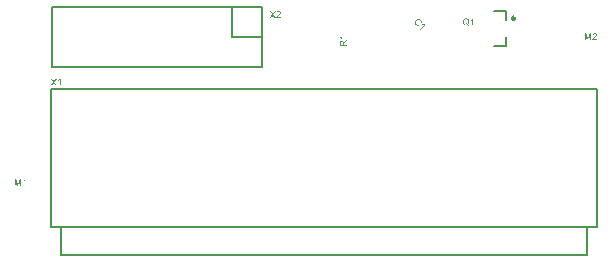
<source format=gto>
G04 Layer_Color=65535*
%FSLAX44Y44*%
%MOMM*%
G71*
G01*
G75*
%ADD10C,0.2000*%
%ADD19C,0.2500*%
G36*
X887792Y677892D02*
X887860Y677885D01*
X887942Y677877D01*
X888032Y677870D01*
X888137Y677855D01*
X888354Y677810D01*
X888594Y677742D01*
X888721Y677697D01*
X888841Y677645D01*
X888969Y677585D01*
X889089Y677517D01*
X889096Y677510D01*
X889119Y677502D01*
X889148Y677480D01*
X889193Y677450D01*
X889246Y677405D01*
X889313Y677360D01*
X889381Y677308D01*
X889456Y677240D01*
X889531Y677173D01*
X889613Y677090D01*
X889696Y677000D01*
X889778Y676910D01*
X889853Y676806D01*
X889928Y676693D01*
X890070Y676453D01*
X890078Y676446D01*
X890085Y676423D01*
X890100Y676386D01*
X890123Y676333D01*
X890145Y676274D01*
X890175Y676191D01*
X890205Y676109D01*
X890242Y676011D01*
X890273Y675899D01*
X890303Y675779D01*
X890332Y675659D01*
X890355Y675524D01*
X890392Y675232D01*
X890407Y675075D01*
Y674917D01*
Y674910D01*
Y674887D01*
Y674850D01*
Y674797D01*
X890400Y674737D01*
Y674663D01*
X890392Y674580D01*
X890377Y674490D01*
X890355Y674295D01*
X890317Y674078D01*
X890265Y673853D01*
X890190Y673636D01*
Y673628D01*
X890183Y673614D01*
X890168Y673584D01*
X890153Y673539D01*
X890130Y673494D01*
X890100Y673434D01*
X890025Y673306D01*
X889935Y673149D01*
X889823Y672984D01*
X889688Y672819D01*
X889538Y672654D01*
X889546Y672647D01*
X889561Y672639D01*
X889591Y672617D01*
X889628Y672595D01*
X889673Y672564D01*
X889733Y672527D01*
X889860Y672452D01*
X890010Y672362D01*
X890175Y672272D01*
X890347Y672190D01*
X890520Y672122D01*
X890287Y671598D01*
X890280D01*
X890257Y671605D01*
X890228Y671620D01*
X890183Y671643D01*
X890123Y671665D01*
X890055Y671695D01*
X889980Y671733D01*
X889898Y671770D01*
X889710Y671868D01*
X889501Y671988D01*
X889283Y672130D01*
X889051Y672295D01*
X889044D01*
X889021Y672280D01*
X888991Y672265D01*
X888939Y672242D01*
X888879Y672212D01*
X888811Y672182D01*
X888729Y672152D01*
X888639Y672122D01*
X888534Y672085D01*
X888429Y672055D01*
X888309Y672025D01*
X888182Y671995D01*
X887920Y671958D01*
X887777Y671950D01*
X887635Y671943D01*
X887560D01*
X887500Y671950D01*
X887433Y671958D01*
X887358Y671965D01*
X887268Y671973D01*
X887163Y671988D01*
X886946Y672032D01*
X886706Y672100D01*
X886586Y672145D01*
X886466Y672197D01*
X886339Y672250D01*
X886219Y672317D01*
X886211Y672325D01*
X886189Y672332D01*
X886159Y672355D01*
X886114Y672385D01*
X886061Y672422D01*
X886002Y672475D01*
X885934Y672527D01*
X885859Y672587D01*
X885777Y672662D01*
X885702Y672737D01*
X885619Y672827D01*
X885537Y672924D01*
X885454Y673022D01*
X885380Y673134D01*
X885237Y673374D01*
Y673381D01*
X885222Y673404D01*
X885207Y673441D01*
X885185Y673494D01*
X885162Y673561D01*
X885132Y673636D01*
X885102Y673726D01*
X885072Y673823D01*
X885035Y673936D01*
X885005Y674056D01*
X884975Y674183D01*
X884952Y674318D01*
X884915Y674603D01*
X884908Y674760D01*
X884900Y674917D01*
Y674925D01*
Y674955D01*
Y675000D01*
X884908Y675060D01*
Y675135D01*
X884915Y675225D01*
X884930Y675322D01*
X884945Y675427D01*
X884960Y675547D01*
X884982Y675667D01*
X885042Y675929D01*
X885132Y676191D01*
X885185Y676326D01*
X885245Y676461D01*
X885252Y676468D01*
X885260Y676491D01*
X885282Y676528D01*
X885312Y676573D01*
X885342Y676633D01*
X885387Y676701D01*
X885440Y676776D01*
X885499Y676858D01*
X885634Y677030D01*
X885807Y677210D01*
X886002Y677383D01*
X886114Y677457D01*
X886226Y677532D01*
X886234Y677540D01*
X886256Y677547D01*
X886294Y677570D01*
X886339Y677592D01*
X886399Y677615D01*
X886473Y677652D01*
X886548Y677682D01*
X886646Y677720D01*
X886743Y677750D01*
X886856Y677787D01*
X886976Y677817D01*
X887095Y677840D01*
X887365Y677885D01*
X887508Y677892D01*
X887657Y677899D01*
X887732D01*
X887792Y677892D01*
D02*
G37*
G36*
X893809Y672040D02*
X893105D01*
Y676543D01*
X893090Y676536D01*
X893060Y676506D01*
X893000Y676453D01*
X892925Y676393D01*
X892828Y676319D01*
X892708Y676236D01*
X892580Y676146D01*
X892430Y676056D01*
X892423D01*
X892415Y676049D01*
X892393Y676034D01*
X892363Y676019D01*
X892281Y675974D01*
X892183Y675921D01*
X892071Y675861D01*
X891943Y675801D01*
X891816Y675742D01*
X891689Y675689D01*
Y676378D01*
X891696D01*
X891719Y676393D01*
X891749Y676408D01*
X891786Y676431D01*
X891839Y676453D01*
X891898Y676491D01*
X892041Y676566D01*
X892198Y676663D01*
X892378Y676783D01*
X892550Y676910D01*
X892723Y677053D01*
X892730Y677060D01*
X892745Y677068D01*
X892768Y677090D01*
X892798Y677120D01*
X892873Y677195D01*
X892970Y677300D01*
X893067Y677412D01*
X893172Y677547D01*
X893270Y677682D01*
X893352Y677825D01*
X893809D01*
Y672040D01*
D02*
G37*
G36*
X850804Y672982D02*
X850830Y672977D01*
X850862Y672966D01*
X850904Y672955D01*
X850957Y672934D01*
X851026Y672918D01*
X851180Y672871D01*
X851360Y672828D01*
X851572Y672786D01*
X851784Y672754D01*
X852006Y672733D01*
X852017D01*
X852033Y672728D01*
X852213D01*
X852356Y672733D01*
X852504Y672743D01*
X852674Y672765D01*
X852838Y672791D01*
X852997Y672833D01*
X853320Y672510D01*
X849230Y668420D01*
X848732Y668918D01*
X851916Y672102D01*
X851900Y672108D01*
X851858D01*
X851779Y672113D01*
X851683Y672123D01*
X851561Y672139D01*
X851418Y672166D01*
X851265Y672192D01*
X851095Y672235D01*
X851090Y672240D01*
X851079D01*
X851053Y672245D01*
X851021Y672256D01*
X850931Y672282D01*
X850825Y672314D01*
X850703Y672351D01*
X850571Y672399D01*
X850438Y672447D01*
X850311Y672500D01*
X850798Y672987D01*
X850804Y672982D01*
D02*
G37*
G36*
X993730Y659490D02*
X992996D01*
Y664315D01*
X991310Y659490D01*
X990628D01*
X988964Y664398D01*
Y659490D01*
X988230D01*
Y665252D01*
X989369D01*
X990733Y661168D01*
Y661161D01*
X990740Y661146D01*
X990748Y661116D01*
X990763Y661078D01*
X990778Y661026D01*
X990800Y660974D01*
X990837Y660846D01*
X990882Y660711D01*
X990928Y660569D01*
X990972Y660434D01*
X991010Y660314D01*
X991017Y660329D01*
X991032Y660374D01*
X991055Y660449D01*
X991085Y660546D01*
X991130Y660681D01*
X991182Y660839D01*
X991242Y661026D01*
X991317Y661243D01*
X992703Y665252D01*
X993730D01*
Y659490D01*
D02*
G37*
G36*
X514564Y535940D02*
X513860D01*
Y540443D01*
X513845Y540436D01*
X513815Y540406D01*
X513755Y540353D01*
X513680Y540293D01*
X513582Y540219D01*
X513462Y540136D01*
X513335Y540046D01*
X513185Y539956D01*
X513178D01*
X513170Y539949D01*
X513148Y539934D01*
X513118Y539919D01*
X513035Y539874D01*
X512938Y539821D01*
X512826Y539761D01*
X512698Y539701D01*
X512571Y539641D01*
X512444Y539589D01*
Y540278D01*
X512451D01*
X512473Y540293D01*
X512503Y540308D01*
X512541Y540331D01*
X512593Y540353D01*
X512653Y540391D01*
X512796Y540466D01*
X512953Y540563D01*
X513133Y540683D01*
X513305Y540810D01*
X513478Y540953D01*
X513485Y540960D01*
X513500Y540968D01*
X513522Y540990D01*
X513552Y541020D01*
X513627Y541095D01*
X513725Y541200D01*
X513822Y541312D01*
X513927Y541447D01*
X514025Y541582D01*
X514107Y541725D01*
X514564D01*
Y535940D01*
D02*
G37*
G36*
X510960D02*
X510225D01*
Y540765D01*
X508540Y535940D01*
X507858D01*
X506194Y540848D01*
Y535940D01*
X505460D01*
Y541702D01*
X506599D01*
X507963Y537618D01*
Y537611D01*
X507970Y537596D01*
X507978Y537566D01*
X507993Y537528D01*
X508008Y537476D01*
X508030Y537424D01*
X508068Y537296D01*
X508112Y537161D01*
X508158Y537019D01*
X508202Y536884D01*
X508240Y536764D01*
X508247Y536779D01*
X508262Y536824D01*
X508285Y536899D01*
X508315Y536996D01*
X508360Y537131D01*
X508412Y537289D01*
X508472Y537476D01*
X508547Y537693D01*
X509933Y541702D01*
X510960D01*
Y535940D01*
D02*
G37*
G36*
X996705Y665267D02*
X996779Y665260D01*
X996862Y665252D01*
X996952Y665237D01*
X997049Y665215D01*
X997259Y665162D01*
X997364Y665125D01*
X997476Y665080D01*
X997589Y665027D01*
X997694Y664960D01*
X997791Y664892D01*
X997888Y664810D01*
X997896Y664802D01*
X997911Y664788D01*
X997933Y664765D01*
X997963Y664728D01*
X998001Y664683D01*
X998046Y664630D01*
X998083Y664570D01*
X998136Y664495D01*
X998181Y664420D01*
X998218Y664331D01*
X998301Y664136D01*
X998331Y664031D01*
X998353Y663918D01*
X998368Y663799D01*
X998375Y663671D01*
Y663656D01*
Y663611D01*
X998368Y663544D01*
X998361Y663454D01*
X998338Y663356D01*
X998316Y663236D01*
X998278Y663117D01*
X998233Y662989D01*
X998226Y662974D01*
X998203Y662929D01*
X998173Y662862D01*
X998121Y662779D01*
X998053Y662674D01*
X997971Y662555D01*
X997874Y662420D01*
X997761Y662285D01*
Y662277D01*
X997746Y662270D01*
X997724Y662247D01*
X997701Y662217D01*
X997664Y662180D01*
X997619Y662135D01*
X997566Y662083D01*
X997499Y662023D01*
X997431Y661955D01*
X997349Y661880D01*
X997259Y661790D01*
X997162Y661700D01*
X997049Y661603D01*
X996937Y661506D01*
X996802Y661393D01*
X996667Y661273D01*
X996660Y661266D01*
X996637Y661251D01*
X996607Y661221D01*
X996562Y661191D01*
X996517Y661146D01*
X996457Y661094D01*
X996330Y660981D01*
X996188Y660861D01*
X996053Y660741D01*
X995993Y660689D01*
X995940Y660636D01*
X995888Y660584D01*
X995850Y660546D01*
X995843Y660539D01*
X995820Y660517D01*
X995790Y660479D01*
X995745Y660427D01*
X995701Y660374D01*
X995648Y660307D01*
X995551Y660172D01*
X998383D01*
Y659490D01*
X994569D01*
Y659505D01*
Y659535D01*
Y659580D01*
X994576Y659647D01*
X994584Y659722D01*
X994599Y659805D01*
X994622Y659887D01*
X994651Y659977D01*
Y659985D01*
X994659Y659992D01*
X994667Y660014D01*
X994681Y660044D01*
X994711Y660119D01*
X994764Y660217D01*
X994831Y660337D01*
X994906Y660464D01*
X995004Y660599D01*
X995116Y660741D01*
X995124Y660749D01*
X995131Y660756D01*
X995154Y660779D01*
X995176Y660809D01*
X995251Y660891D01*
X995356Y660996D01*
X995483Y661124D01*
X995641Y661273D01*
X995828Y661438D01*
X996045Y661618D01*
X996053Y661626D01*
X996083Y661656D01*
X996135Y661693D01*
X996195Y661745D01*
X996270Y661813D01*
X996360Y661888D01*
X996457Y661970D01*
X996555Y662060D01*
X996765Y662255D01*
X996974Y662457D01*
X997072Y662562D01*
X997162Y662660D01*
X997244Y662749D01*
X997311Y662839D01*
X997319Y662847D01*
X997327Y662862D01*
X997342Y662884D01*
X997364Y662914D01*
X997386Y662959D01*
X997416Y663004D01*
X997484Y663117D01*
X997544Y663244D01*
X997596Y663386D01*
X997634Y663544D01*
X997649Y663619D01*
Y663694D01*
Y663701D01*
Y663716D01*
Y663731D01*
X997641Y663761D01*
X997634Y663843D01*
X997611Y663941D01*
X997574Y664053D01*
X997521Y664166D01*
X997446Y664286D01*
X997342Y664398D01*
X997327Y664413D01*
X997289Y664443D01*
X997222Y664488D01*
X997132Y664548D01*
X997019Y664600D01*
X996884Y664645D01*
X996727Y664675D01*
X996555Y664690D01*
X996502D01*
X996472Y664683D01*
X996427D01*
X996375Y664675D01*
X996263Y664653D01*
X996135Y664615D01*
X995993Y664563D01*
X995858Y664488D01*
X995738Y664383D01*
X995723Y664368D01*
X995693Y664331D01*
X995641Y664256D01*
X995588Y664166D01*
X995528Y664038D01*
X995476Y663896D01*
X995446Y663731D01*
X995431Y663536D01*
X994704Y663611D01*
Y663619D01*
X994711Y663649D01*
Y663686D01*
X994719Y663746D01*
X994734Y663813D01*
X994749Y663888D01*
X994771Y663978D01*
X994801Y664068D01*
X994869Y664270D01*
X994914Y664375D01*
X994966Y664473D01*
X995026Y664578D01*
X995094Y664675D01*
X995169Y664765D01*
X995258Y664847D01*
X995266Y664855D01*
X995281Y664863D01*
X995311Y664885D01*
X995348Y664915D01*
X995401Y664945D01*
X995461Y664982D01*
X995528Y665020D01*
X995611Y665065D01*
X995701Y665102D01*
X995798Y665140D01*
X995903Y665177D01*
X996023Y665207D01*
X996143Y665237D01*
X996277Y665260D01*
X996420Y665267D01*
X996570Y665275D01*
X996652D01*
X996705Y665267D01*
D02*
G37*
G36*
X847593Y677411D02*
X847847Y677390D01*
X847980Y677364D01*
X848107Y677332D01*
X848117D01*
X848139Y677321D01*
X848176Y677305D01*
X848223Y677289D01*
X848287Y677268D01*
X848356Y677242D01*
X848435Y677205D01*
X848525Y677168D01*
X848621Y677114D01*
X848716Y677062D01*
X848928Y676934D01*
X849140Y676776D01*
X849246Y676691D01*
X849347Y676590D01*
X849352Y676585D01*
X849373Y676563D01*
X849405Y676532D01*
X849442Y676484D01*
X849490Y676426D01*
X849548Y676357D01*
X849606Y676277D01*
X849670Y676193D01*
X849792Y675997D01*
X849850Y675885D01*
X849908Y675763D01*
X849956Y675642D01*
X850004Y675520D01*
X850035Y675382D01*
X850062Y675249D01*
Y675239D01*
Y675218D01*
X850072Y675175D01*
Y675122D01*
Y675059D01*
X850078Y674979D01*
X850072Y674889D01*
X850067Y674789D01*
X850057Y674683D01*
X850041Y674571D01*
X850014Y674449D01*
X849988Y674328D01*
X849951Y674195D01*
X849903Y674063D01*
X849845Y673920D01*
X849776Y673787D01*
X849119Y674190D01*
X849124Y674195D01*
X849135Y674216D01*
X849145Y674248D01*
X849166Y674290D01*
X849188Y674343D01*
X849214Y674402D01*
X849262Y674545D01*
X849309Y674709D01*
X849347Y674884D01*
X849362Y675069D01*
X849357Y675160D01*
X849352Y675249D01*
X849347Y675255D01*
X849352Y675271D01*
X849347Y675297D01*
X849336Y675329D01*
X849325Y675371D01*
X849309Y675419D01*
X849272Y675541D01*
X849209Y675679D01*
X849124Y675827D01*
X849013Y675981D01*
X848875Y676140D01*
X848870Y676145D01*
X848854Y676161D01*
X848827Y676187D01*
X848790Y676214D01*
X848753Y676251D01*
X848700Y676293D01*
X848637Y676336D01*
X848573Y676389D01*
X848425Y676484D01*
X848250Y676574D01*
X848059Y676648D01*
X847964Y676680D01*
X847858Y676701D01*
X847852Y676707D01*
X847831D01*
X847805Y676712D01*
X847762D01*
X847662Y676717D01*
X847529Y676712D01*
X847370Y676701D01*
X847190Y676669D01*
X847005Y676622D01*
X846814Y676537D01*
X846809Y676532D01*
X846793Y676526D01*
X846766Y676510D01*
X846729Y676495D01*
X846682Y676468D01*
X846629Y676436D01*
X846570Y676399D01*
X846512Y676362D01*
X846369Y676262D01*
X846215Y676150D01*
X846056Y676023D01*
X845903Y675880D01*
X845897Y675875D01*
X845882Y675859D01*
X845855Y675832D01*
X845818Y675795D01*
X845776Y675742D01*
X845728Y675684D01*
X845670Y675626D01*
X845617Y675552D01*
X845489Y675393D01*
X845368Y675218D01*
X845246Y675022D01*
X845145Y674826D01*
X845140Y674820D01*
X845134Y674805D01*
X845124Y674773D01*
X845113Y674730D01*
X845097Y674683D01*
X845076Y674630D01*
X845044Y674492D01*
X845018Y674328D01*
X845002Y674153D01*
X845007Y673967D01*
X845039Y673777D01*
X845044Y673771D01*
Y673750D01*
X845055Y673729D01*
X845066Y673687D01*
X845081Y673649D01*
X845103Y673596D01*
X845150Y673475D01*
X845219Y673332D01*
X845309Y673188D01*
X845415Y673040D01*
X845542Y672892D01*
X845548Y672887D01*
X845564Y672871D01*
X845585Y672849D01*
X845622Y672823D01*
X845670Y672786D01*
X845717Y672749D01*
X845776Y672701D01*
X845839Y672659D01*
X845993Y672569D01*
X846168Y672489D01*
X846263Y672447D01*
X846364Y672420D01*
X846464Y672394D01*
X846570Y672383D01*
X846581D01*
X846597Y672378D01*
X846671D01*
X846719Y672383D01*
X846787Y672388D01*
X846856Y672394D01*
X846936Y672410D01*
X847021Y672420D01*
X847116Y672441D01*
X847211Y672473D01*
X847317Y672505D01*
X847429Y672553D01*
X847540Y672600D01*
X847651Y672659D01*
X847773Y672728D01*
X848176Y672049D01*
X848170Y672044D01*
X848139Y672033D01*
X848091Y672007D01*
X848033Y671970D01*
X847959Y671938D01*
X847868Y671901D01*
X847773Y671859D01*
X847656Y671816D01*
X847540Y671774D01*
X847407Y671737D01*
X847280Y671705D01*
X847137Y671678D01*
X846994Y671652D01*
X846846Y671641D01*
X846697D01*
X846549Y671652D01*
X846538D01*
X846512Y671657D01*
X846475Y671663D01*
X846417Y671678D01*
X846348Y671694D01*
X846263Y671715D01*
X846178Y671747D01*
X846083Y671779D01*
X845966Y671822D01*
X845860Y671874D01*
X845738Y671933D01*
X845617Y672002D01*
X845495Y672081D01*
X845373Y672171D01*
X845251Y672272D01*
X845129Y672383D01*
X845124Y672388D01*
X845103Y672410D01*
X845066Y672447D01*
X845023Y672500D01*
X844976Y672558D01*
X844912Y672632D01*
X844848Y672706D01*
X844779Y672796D01*
X844642Y672998D01*
X844509Y673226D01*
X844451Y673347D01*
X844398Y673475D01*
X844350Y673596D01*
X844318Y673724D01*
Y673734D01*
X844313Y673750D01*
X844308Y673787D01*
X844303Y673846D01*
X844297Y673904D01*
X844287Y673978D01*
Y674063D01*
Y674158D01*
X844281Y674259D01*
X844292Y674365D01*
X844303Y674481D01*
X844324Y674608D01*
X844345Y674736D01*
X844377Y674863D01*
X844419Y675001D01*
X844467Y675133D01*
X844472Y675138D01*
X844477Y675165D01*
X844499Y675207D01*
X844525Y675255D01*
X844557Y675318D01*
X844589Y675393D01*
X844636Y675472D01*
X844689Y675567D01*
X844748Y675668D01*
X844817Y675769D01*
X844885Y675880D01*
X844960Y675986D01*
X845145Y676214D01*
X845346Y676436D01*
X845352Y676442D01*
X845373Y676463D01*
X845410Y676500D01*
X845458Y676537D01*
X845516Y676595D01*
X845585Y676654D01*
X845664Y676712D01*
X845754Y676781D01*
X845850Y676855D01*
X845956Y676929D01*
X846183Y677072D01*
X846427Y677199D01*
X846560Y677258D01*
X846692Y677305D01*
X846703D01*
X846724Y677316D01*
X846766Y677327D01*
X846819Y677337D01*
X846878Y677353D01*
X846957Y677369D01*
X847042Y677380D01*
X847142Y677395D01*
X847354Y677417D01*
X847593Y677411D01*
D02*
G37*
G36*
X724477Y681200D02*
X726628Y678180D01*
X725691D01*
X724237Y680233D01*
X724230Y680241D01*
X724215Y680263D01*
X724192Y680301D01*
X724162Y680346D01*
X724125Y680398D01*
X724088Y680458D01*
X723997Y680585D01*
X723990Y680570D01*
X723968Y680540D01*
X723938Y680488D01*
X723893Y680428D01*
X723803Y680285D01*
X723765Y680226D01*
X723728Y680173D01*
X722267Y678180D01*
X721352D01*
X723578Y681170D01*
X721615Y683942D01*
X722529D01*
X723578Y682466D01*
X723585Y682458D01*
X723593Y682443D01*
X723608Y682421D01*
X723630Y682391D01*
X723690Y682309D01*
X723758Y682204D01*
X723833Y682091D01*
X723908Y681972D01*
X723975Y681859D01*
X724035Y681762D01*
X724043Y681777D01*
X724072Y681814D01*
X724110Y681874D01*
X724162Y681956D01*
X724230Y682054D01*
X724312Y682166D01*
X724395Y682279D01*
X724492Y682406D01*
X725639Y683942D01*
X726470D01*
X724477Y681200D01*
D02*
G37*
G36*
X729055Y683957D02*
X729130Y683950D01*
X729213Y683942D01*
X729303Y683927D01*
X729400Y683905D01*
X729610Y683852D01*
X729715Y683815D01*
X729827Y683770D01*
X729939Y683717D01*
X730044Y683650D01*
X730142Y683583D01*
X730239Y683500D01*
X730247Y683493D01*
X730262Y683478D01*
X730284Y683455D01*
X730314Y683418D01*
X730352Y683373D01*
X730397Y683320D01*
X730434Y683260D01*
X730487Y683185D01*
X730531Y683110D01*
X730569Y683020D01*
X730651Y682826D01*
X730681Y682721D01*
X730704Y682608D01*
X730719Y682488D01*
X730726Y682361D01*
Y682346D01*
Y682301D01*
X730719Y682234D01*
X730711Y682144D01*
X730689Y682046D01*
X730666Y681926D01*
X730629Y681807D01*
X730584Y681679D01*
X730576Y681664D01*
X730554Y681619D01*
X730524Y681552D01*
X730471Y681469D01*
X730404Y681365D01*
X730322Y681245D01*
X730224Y681110D01*
X730112Y680975D01*
Y680967D01*
X730097Y680960D01*
X730074Y680937D01*
X730052Y680908D01*
X730014Y680870D01*
X729969Y680825D01*
X729917Y680773D01*
X729850Y680713D01*
X729782Y680645D01*
X729700Y680570D01*
X729610Y680480D01*
X729512Y680390D01*
X729400Y680293D01*
X729288Y680196D01*
X729153Y680083D01*
X729018Y679963D01*
X729010Y679956D01*
X728988Y679941D01*
X728958Y679911D01*
X728913Y679881D01*
X728868Y679836D01*
X728808Y679783D01*
X728681Y679671D01*
X728538Y679551D01*
X728403Y679431D01*
X728344Y679379D01*
X728291Y679326D01*
X728239Y679274D01*
X728201Y679237D01*
X728194Y679229D01*
X728171Y679206D01*
X728141Y679169D01*
X728096Y679117D01*
X728051Y679064D01*
X727999Y678997D01*
X727901Y678862D01*
X730734D01*
Y678180D01*
X726920D01*
Y678195D01*
Y678225D01*
Y678270D01*
X726927Y678337D01*
X726935Y678412D01*
X726950Y678495D01*
X726972Y678577D01*
X727002Y678667D01*
Y678674D01*
X727010Y678682D01*
X727017Y678705D01*
X727032Y678735D01*
X727062Y678809D01*
X727115Y678907D01*
X727182Y679027D01*
X727257Y679154D01*
X727354Y679289D01*
X727467Y679431D01*
X727474Y679439D01*
X727482Y679446D01*
X727504Y679469D01*
X727527Y679499D01*
X727602Y679581D01*
X727707Y679686D01*
X727834Y679814D01*
X727991Y679963D01*
X728179Y680128D01*
X728396Y680308D01*
X728403Y680315D01*
X728433Y680346D01*
X728486Y680383D01*
X728546Y680435D01*
X728621Y680503D01*
X728711Y680578D01*
X728808Y680660D01*
X728905Y680750D01*
X729115Y680945D01*
X729325Y681147D01*
X729423Y681252D01*
X729512Y681349D01*
X729595Y681440D01*
X729662Y681529D01*
X729670Y681537D01*
X729677Y681552D01*
X729692Y681574D01*
X729715Y681604D01*
X729737Y681649D01*
X729767Y681694D01*
X729835Y681807D01*
X729894Y681934D01*
X729947Y682076D01*
X729984Y682234D01*
X729999Y682309D01*
Y682384D01*
Y682391D01*
Y682406D01*
Y682421D01*
X729992Y682451D01*
X729984Y682533D01*
X729962Y682631D01*
X729924Y682743D01*
X729872Y682856D01*
X729797Y682975D01*
X729692Y683088D01*
X729677Y683103D01*
X729640Y683133D01*
X729572Y683178D01*
X729482Y683238D01*
X729370Y683290D01*
X729235Y683335D01*
X729078Y683365D01*
X728905Y683380D01*
X728853D01*
X728823Y683373D01*
X728778D01*
X728726Y683365D01*
X728613Y683343D01*
X728486Y683305D01*
X728344Y683253D01*
X728209Y683178D01*
X728089Y683073D01*
X728074Y683058D01*
X728044Y683020D01*
X727991Y682945D01*
X727939Y682856D01*
X727879Y682728D01*
X727827Y682586D01*
X727796Y682421D01*
X727782Y682226D01*
X727055Y682301D01*
Y682309D01*
X727062Y682339D01*
Y682376D01*
X727070Y682436D01*
X727085Y682504D01*
X727100Y682578D01*
X727122Y682668D01*
X727152Y682758D01*
X727219Y682961D01*
X727264Y683065D01*
X727317Y683163D01*
X727377Y683268D01*
X727444Y683365D01*
X727519Y683455D01*
X727609Y683538D01*
X727617Y683545D01*
X727632Y683552D01*
X727662Y683575D01*
X727699Y683605D01*
X727751Y683635D01*
X727812Y683672D01*
X727879Y683710D01*
X727961Y683755D01*
X728051Y683792D01*
X728149Y683830D01*
X728254Y683867D01*
X728373Y683897D01*
X728493Y683927D01*
X728628Y683950D01*
X728771Y683957D01*
X728920Y683965D01*
X729003D01*
X729055Y683957D01*
D02*
G37*
G36*
X539207Y624050D02*
X541358Y621030D01*
X540421D01*
X538967Y623083D01*
X538960Y623091D01*
X538945Y623113D01*
X538922Y623150D01*
X538892Y623195D01*
X538855Y623248D01*
X538817Y623308D01*
X538727Y623435D01*
X538720Y623420D01*
X538698Y623390D01*
X538668Y623338D01*
X538623Y623278D01*
X538533Y623135D01*
X538495Y623076D01*
X538458Y623023D01*
X536997Y621030D01*
X536082D01*
X538308Y624020D01*
X536345Y626792D01*
X537259D01*
X538308Y625316D01*
X538315Y625308D01*
X538323Y625294D01*
X538338Y625271D01*
X538360Y625241D01*
X538420Y625159D01*
X538488Y625054D01*
X538563Y624941D01*
X538638Y624822D01*
X538705Y624709D01*
X538765Y624612D01*
X538773Y624627D01*
X538802Y624664D01*
X538840Y624724D01*
X538892Y624807D01*
X538960Y624904D01*
X539042Y625016D01*
X539125Y625129D01*
X539222Y625256D01*
X540368Y626792D01*
X541200D01*
X539207Y624050D01*
D02*
G37*
G36*
X544415Y621030D02*
X543710D01*
Y625533D01*
X543695Y625526D01*
X543665Y625496D01*
X543605Y625443D01*
X543531Y625383D01*
X543433Y625308D01*
X543313Y625226D01*
X543186Y625136D01*
X543036Y625046D01*
X543028D01*
X543021Y625039D01*
X542999Y625024D01*
X542969Y625009D01*
X542886Y624964D01*
X542789Y624911D01*
X542676Y624851D01*
X542549Y624791D01*
X542422Y624731D01*
X542294Y624679D01*
Y625368D01*
X542302D01*
X542324Y625383D01*
X542354Y625398D01*
X542392Y625421D01*
X542444Y625443D01*
X542504Y625481D01*
X542646Y625556D01*
X542804Y625653D01*
X542984Y625773D01*
X543156Y625900D01*
X543328Y626043D01*
X543336Y626050D01*
X543351Y626058D01*
X543373Y626080D01*
X543403Y626110D01*
X543478Y626185D01*
X543576Y626290D01*
X543673Y626403D01*
X543778Y626537D01*
X543875Y626672D01*
X543958Y626815D01*
X544415D01*
Y621030D01*
D02*
G37*
G36*
X786750Y658364D02*
X785559Y657607D01*
X785551D01*
X785536Y657592D01*
X785506Y657577D01*
X785476Y657554D01*
X785431Y657524D01*
X785379Y657487D01*
X785266Y657412D01*
X785139Y657322D01*
X785012Y657232D01*
X784884Y657142D01*
X784772Y657052D01*
X784757Y657045D01*
X784727Y657015D01*
X784674Y656977D01*
X784622Y656925D01*
X784555Y656865D01*
X784487Y656798D01*
X784435Y656730D01*
X784382Y656663D01*
X784375Y656655D01*
X784367Y656633D01*
X784345Y656603D01*
X784322Y656558D01*
X784292Y656505D01*
X784270Y656445D01*
X784225Y656318D01*
Y656311D01*
X784217Y656296D01*
Y656266D01*
X784210Y656221D01*
X784202Y656161D01*
Y656086D01*
X784195Y656003D01*
Y655899D01*
Y655014D01*
X786750D01*
Y654250D01*
X780988D01*
Y656805D01*
Y656813D01*
Y656843D01*
Y656880D01*
Y656933D01*
X780995Y657000D01*
Y657067D01*
X781003Y657150D01*
X781010Y657240D01*
X781025Y657427D01*
X781055Y657622D01*
X781093Y657809D01*
X781115Y657899D01*
X781145Y657974D01*
Y657981D01*
X781153Y657989D01*
X781160Y658011D01*
X781175Y658042D01*
X781213Y658116D01*
X781273Y658206D01*
X781348Y658311D01*
X781445Y658416D01*
X781565Y658521D01*
X781700Y658618D01*
X781707D01*
X781715Y658626D01*
X781737Y658641D01*
X781767Y658656D01*
X781850Y658693D01*
X781954Y658738D01*
X782082Y658783D01*
X782232Y658821D01*
X782397Y658851D01*
X782569Y658858D01*
X782629D01*
X782674Y658851D01*
X782726Y658843D01*
X782786Y658836D01*
X782929Y658806D01*
X783093Y658761D01*
X783266Y658693D01*
X783348Y658648D01*
X783438Y658596D01*
X783521Y658529D01*
X783603Y658461D01*
X783610Y658454D01*
X783618Y658446D01*
X783640Y658416D01*
X783670Y658386D01*
X783700Y658341D01*
X783738Y658289D01*
X783783Y658229D01*
X783828Y658161D01*
X783873Y658079D01*
X783918Y657989D01*
X783963Y657884D01*
X784008Y657772D01*
X784045Y657652D01*
X784082Y657524D01*
X784112Y657382D01*
X784135Y657232D01*
X784142Y657247D01*
X784157Y657285D01*
X784187Y657337D01*
X784225Y657405D01*
X784322Y657554D01*
X784375Y657622D01*
X784427Y657689D01*
Y657697D01*
X784442Y657704D01*
X784480Y657749D01*
X784547Y657809D01*
X784637Y657899D01*
X784742Y657997D01*
X784877Y658101D01*
X785027Y658214D01*
X785191Y658326D01*
X786750Y659323D01*
Y658364D01*
D02*
G37*
G36*
Y661728D02*
X782247D01*
X782254Y661713D01*
X782284Y661683D01*
X782337Y661623D01*
X782397Y661548D01*
X782471Y661451D01*
X782554Y661331D01*
X782644Y661204D01*
X782734Y661054D01*
Y661046D01*
X782741Y661039D01*
X782756Y661016D01*
X782771Y660986D01*
X782816Y660904D01*
X782869Y660806D01*
X782929Y660694D01*
X782989Y660567D01*
X783048Y660439D01*
X783101Y660312D01*
X782411D01*
Y660319D01*
X782397Y660342D01*
X782382Y660372D01*
X782359Y660409D01*
X782337Y660462D01*
X782299Y660522D01*
X782224Y660664D01*
X782127Y660821D01*
X782007Y661001D01*
X781880Y661173D01*
X781737Y661346D01*
X781730Y661353D01*
X781722Y661368D01*
X781700Y661391D01*
X781670Y661421D01*
X781595Y661496D01*
X781490Y661593D01*
X781377Y661691D01*
X781243Y661796D01*
X781108Y661893D01*
X780965Y661975D01*
Y662432D01*
X786750D01*
Y661728D01*
D02*
G37*
%LPC*%
G36*
X887657Y677240D02*
X887575D01*
X887515Y677233D01*
X887440Y677225D01*
X887358Y677210D01*
X887260Y677188D01*
X887163Y677165D01*
X887050Y677135D01*
X886938Y677098D01*
X886818Y677053D01*
X886698Y676993D01*
X886578Y676925D01*
X886466Y676851D01*
X886354Y676761D01*
X886241Y676656D01*
X886234Y676648D01*
X886219Y676626D01*
X886189Y676596D01*
X886151Y676543D01*
X886114Y676483D01*
X886069Y676408D01*
X886016Y676319D01*
X885964Y676221D01*
X885912Y676101D01*
X885859Y675974D01*
X885814Y675832D01*
X885777Y675674D01*
X885739Y675509D01*
X885709Y675322D01*
X885694Y675127D01*
X885687Y674917D01*
Y674902D01*
Y674865D01*
X885694Y674812D01*
Y674730D01*
X885702Y674640D01*
X885717Y674528D01*
X885732Y674408D01*
X885754Y674280D01*
X885784Y674146D01*
X885822Y674003D01*
X885867Y673861D01*
X885919Y673718D01*
X885986Y673576D01*
X886061Y673441D01*
X886144Y673314D01*
X886241Y673194D01*
X886249Y673186D01*
X886264Y673171D01*
X886301Y673141D01*
X886339Y673104D01*
X886399Y673052D01*
X886466Y673007D01*
X886541Y672947D01*
X886623Y672894D01*
X886721Y672842D01*
X886833Y672782D01*
X886946Y672737D01*
X887073Y672692D01*
X887208Y672647D01*
X887350Y672617D01*
X887500Y672602D01*
X887657Y672595D01*
X887725D01*
X887807Y672602D01*
X887912Y672617D01*
X888025Y672632D01*
X888159Y672654D01*
X888294Y672692D01*
X888429Y672744D01*
X888422D01*
X888414Y672752D01*
X888369Y672782D01*
X888294Y672827D01*
X888197Y672872D01*
X888084Y672924D01*
X887957Y672984D01*
X887822Y673029D01*
X887672Y673074D01*
X887860Y673628D01*
X887867D01*
X887890Y673621D01*
X887927Y673606D01*
X887972Y673591D01*
X888025Y673576D01*
X888092Y673554D01*
X888167Y673524D01*
X888242Y673486D01*
X888414Y673411D01*
X888594Y673314D01*
X888774Y673201D01*
X888946Y673074D01*
X888954Y673082D01*
X888976Y673104D01*
X889006Y673141D01*
X889051Y673186D01*
X889104Y673254D01*
X889164Y673336D01*
X889223Y673426D01*
X889283Y673539D01*
X889343Y673659D01*
X889411Y673793D01*
X889463Y673943D01*
X889516Y674108D01*
X889561Y674288D01*
X889591Y674483D01*
X889613Y674693D01*
X889621Y674917D01*
Y674925D01*
Y674947D01*
Y674985D01*
Y675037D01*
X889613Y675097D01*
X889606Y675165D01*
X889598Y675247D01*
X889591Y675329D01*
X889561Y675524D01*
X889523Y675727D01*
X889463Y675936D01*
X889381Y676139D01*
Y676146D01*
X889373Y676161D01*
X889358Y676191D01*
X889336Y676229D01*
X889313Y676266D01*
X889283Y676319D01*
X889201Y676438D01*
X889104Y676566D01*
X888984Y676701D01*
X888849Y676828D01*
X888684Y676948D01*
X888677D01*
X888661Y676963D01*
X888639Y676978D01*
X888602Y676993D01*
X888564Y677015D01*
X888512Y677038D01*
X888452Y677068D01*
X888384Y677098D01*
X888234Y677150D01*
X888062Y677195D01*
X887867Y677225D01*
X887657Y677240D01*
D02*
G37*
G36*
X782569Y658071D02*
X782531D01*
X782502Y658064D01*
X782427Y658056D01*
X782329Y658034D01*
X782224Y657997D01*
X782112Y657944D01*
X781999Y657869D01*
X781895Y657772D01*
X781880Y657757D01*
X781850Y657712D01*
X781812Y657644D01*
X781760Y657539D01*
X781737Y657479D01*
X781707Y657412D01*
X781685Y657337D01*
X781670Y657247D01*
X781647Y657157D01*
X781640Y657060D01*
X781625Y656947D01*
Y656835D01*
Y655014D01*
X783536D01*
Y656648D01*
Y656655D01*
Y656670D01*
Y656700D01*
Y656738D01*
Y656775D01*
X783528Y656828D01*
X783521Y656947D01*
X783513Y657075D01*
X783491Y657217D01*
X783468Y657345D01*
X783431Y657465D01*
X783423Y657479D01*
X783408Y657517D01*
X783386Y657569D01*
X783348Y657637D01*
X783303Y657704D01*
X783243Y657779D01*
X783168Y657854D01*
X783086Y657914D01*
X783078Y657922D01*
X783041Y657937D01*
X782996Y657967D01*
X782929Y657997D01*
X782854Y658019D01*
X782764Y658049D01*
X782674Y658064D01*
X782569Y658071D01*
D02*
G37*
%LPD*%
D10*
X990380Y477860D02*
Y500860D01*
X544880Y477860D02*
Y500860D01*
Y477860D02*
X990380D01*
X998380Y500860D02*
Y617860D01*
X536380D02*
X998380D01*
X536380Y500860D02*
X998380D01*
X536380D02*
Y617860D01*
X689610Y661670D02*
Y687070D01*
Y661670D02*
X715010D01*
Y636270D02*
Y687070D01*
X537210Y636270D02*
X715010D01*
X537210D02*
Y687070D01*
X715010D01*
X911400Y684290D02*
X921400D01*
Y676290D02*
Y684290D01*
X911400Y654290D02*
X921400D01*
Y662290D01*
D19*
X929150Y677790D02*
G03*
X929150Y677790I-1250J0D01*
G01*
M02*

</source>
